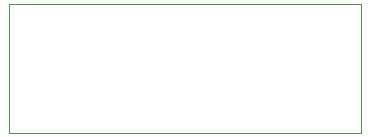
<source format=gm1>
G04 #@! TF.GenerationSoftware,KiCad,Pcbnew,8.0.4*
G04 #@! TF.CreationDate,2024-12-01T16:30:54-06:00*
G04 #@! TF.ProjectId,SuzyQ,53757a79-512e-46b6-9963-61645f706362,1.0*
G04 #@! TF.SameCoordinates,Original*
G04 #@! TF.FileFunction,Profile,NP*
%FSLAX46Y46*%
G04 Gerber Fmt 4.6, Leading zero omitted, Abs format (unit mm)*
G04 Created by KiCad (PCBNEW 8.0.4) date 2024-12-01 16:30:54*
%MOMM*%
%LPD*%
G01*
G04 APERTURE LIST*
G04 #@! TA.AperFunction,Profile*
%ADD10C,0.050000*%
G04 #@! TD*
G04 APERTURE END LIST*
D10*
X109000000Y-93000000D02*
X138790000Y-93000000D01*
X138790000Y-82000000D01*
X109000000Y-82000000D01*
X109000000Y-93000000D01*
M02*

</source>
